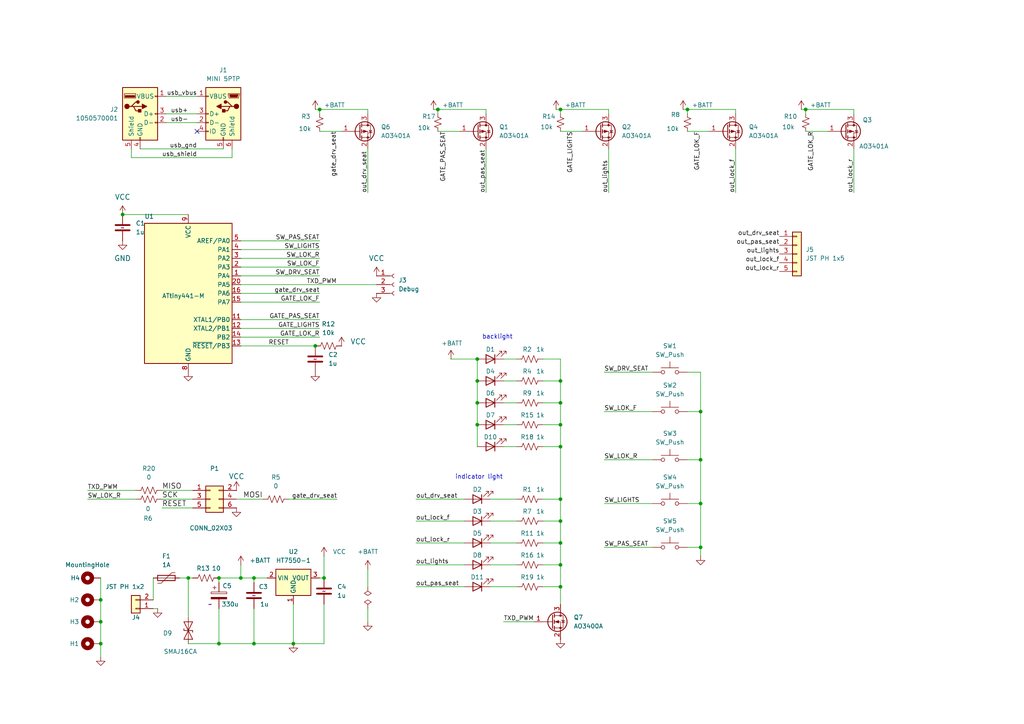
<source format=kicad_sch>
(kicad_sch (version 20231120) (generator "eeschema") (generator_version "8.0")
  (paper "A4")
  (title_block (date "2024-06-01") (rev "${PROJECT_REV}"))
  (junction (at 162.56 129.54))
  (junction (at 63.5 186.69))
  (junction (at 127 31.75))
  (junction (at 138.43 116.84))
  (junction (at 162.56 116.84))
  (junction (at 138.43 123.19))
  (junction (at 162.56 31.75))
  (junction (at 162.56 170.18))
  (junction (at 29.21 186.69))
  (junction (at 203.2 146.05))
  (junction (at 199.39 31.75))
  (junction (at 54.61 167.64))
  (junction (at 91.44 100.33) (diameter 0.9144))
  (junction (at 162.56 123.19))
  (junction (at 162.56 144.78))
  (junction (at 162.56 151.13))
  (junction (at 203.2 158.75))
  (junction (at 138.43 104.14))
  (junction (at 69.85 167.64))
  (junction (at 73.66 167.64) (diameter 0.9144))
  (junction (at 29.21 173.99))
  (junction (at 233.68 31.75))
  (junction (at 162.56 163.83))
  (junction (at 35.56 62.23) (diameter 0.9144))
  (junction (at 162.56 157.48))
  (junction (at 92.71 31.75))
  (junction (at 203.2 119.38))
  (junction (at 203.2 133.35))
  (junction (at 29.21 180.34))
  (junction (at 85.09 186.69))
  (junction (at 63.5 167.64))
  (junction (at 162.56 110.49))
  (junction (at 73.66 186.69))
  (junction (at 138.43 110.49))
  (junction (at 93.98 167.64))
  (no_connect (at 57.15 38.1))
  (wire (pts (xy 125.73 31.75) (xy 127 31.75)))
  (wire (pts (xy 232.41 31.75) (xy 233.68 31.75)))
  (wire (pts (xy 69.85 74.93) (xy 92.71 74.93)))
  (wire (pts (xy 203.2 158.75) (xy 203.2 146.05)))
  (wire (pts (xy 69.85 82.55) (xy 109.22 82.55)))
  (wire (pts (xy 162.56 116.84) (xy 157.48 116.84)))
  (wire (pts (xy 29.21 186.69) (xy 29.21 190.5)))
  (wire (pts (xy 162.56 123.19) (xy 162.56 129.54)))
  (wire (pts (xy 175.26 107.95) (xy 189.23 107.95)))
  (wire (pts (xy 63.5 167.64) (xy 63.5 168.91)))
  (wire (pts (xy 69.85 85.09) (xy 92.71 85.09)))
  (wire (pts (xy 162.56 116.84) (xy 162.56 123.19)))
  (wire (pts (xy 162.56 157.48) (xy 162.56 163.83)))
  (wire (pts (xy 138.43 104.14) (xy 138.43 110.49)))
  (wire (pts (xy 55.88 147.32) (xy 46.99 147.32)))
  (wire (pts (xy 97.79 144.78) (xy 83.82 144.78)))
  (wire (pts (xy 233.68 31.75) (xy 233.68 33.02)))
  (wire (pts (xy 73.66 186.69) (xy 85.09 186.69)))
  (wire (pts (xy 92.71 69.85) (xy 69.85 69.85)))
  (wire (pts (xy 213.36 43.18) (xy 213.36 55.88)))
  (wire (pts (xy 233.68 38.1) (xy 240.03 38.1)))
  (wire (pts (xy 213.36 31.75) (xy 213.36 33.02)))
  (wire (pts (xy 162.56 163.83) (xy 162.56 170.18)))
  (wire (pts (xy 85.09 175.26) (xy 85.09 186.69)))
  (wire (pts (xy 69.85 95.25) (xy 92.71 95.25)))
  (wire (pts (xy 149.86 129.54) (xy 146.05 129.54)))
  (wire (pts (xy 44.45 173.99) (xy 44.45 167.64)))
  (wire (pts (xy 91.44 31.75) (xy 92.71 31.75)))
  (wire (pts (xy 57.15 27.94) (xy 48.26 27.94)))
  (wire (pts (xy 203.2 107.95) (xy 203.2 119.38)))
  (wire (pts (xy 92.71 31.75) (xy 92.71 33.02)))
  (wire (pts (xy 199.39 158.75) (xy 203.2 158.75)))
  (wire (pts (xy 162.56 110.49) (xy 162.56 116.84)))
  (wire (pts (xy 140.97 31.75) (xy 140.97 33.02)))
  (wire (pts (xy 138.43 116.84) (xy 138.43 123.19)))
  (wire (pts (xy 140.97 43.18) (xy 140.97 55.88)))
  (wire (pts (xy 127 31.75) (xy 140.97 31.75)))
  (wire (pts (xy 25.4 144.78) (xy 39.37 144.78)))
  (wire (pts (xy 162.56 31.75) (xy 162.56 33.02)))
  (wire (pts (xy 57.15 33.02) (xy 48.26 33.02)))
  (wire (pts (xy 162.56 163.83) (xy 157.48 163.83)))
  (wire (pts (xy 203.2 146.05) (xy 203.2 133.35)))
  (wire (pts (xy 93.98 161.29) (xy 93.98 167.64)))
  (wire (pts (xy 175.26 158.75) (xy 189.23 158.75)))
  (wire (pts (xy 176.53 31.75) (xy 176.53 33.02)))
  (wire (pts (xy 233.68 31.75) (xy 247.65 31.75)))
  (wire (pts (xy 162.56 31.75) (xy 176.53 31.75)))
  (wire (pts (xy 106.68 43.18) (xy 106.68 55.88)))
  (wire (pts (xy 52.07 167.64) (xy 54.61 167.64)))
  (wire (pts (xy 63.5 186.69) (xy 73.66 186.69)))
  (wire (pts (xy 138.43 110.49) (xy 138.43 116.84)))
  (wire (pts (xy 162.56 170.18) (xy 162.56 175.26)))
  (wire (pts (xy 55.88 167.64) (xy 54.61 167.64)))
  (wire (pts (xy 176.53 43.18) (xy 176.53 55.88)))
  (wire (pts (xy 162.56 151.13) (xy 162.56 157.48)))
  (wire (pts (xy 92.71 38.1) (xy 99.06 38.1)))
  (wire (pts (xy 149.86 104.14) (xy 146.05 104.14)))
  (wire (pts (xy 162.56 38.1) (xy 168.91 38.1)))
  (wire (pts (xy 142.24 157.48) (xy 149.86 157.48)))
  (wire (pts (xy 199.39 38.1) (xy 205.74 38.1)))
  (wire (pts (xy 162.56 170.18) (xy 157.48 170.18)))
  (wire (pts (xy 55.88 142.24) (xy 46.99 142.24)))
  (wire (pts (xy 69.85 163.83) (xy 69.85 167.64)))
  (wire (pts (xy 146.05 180.34) (xy 154.94 180.34)))
  (wire (pts (xy 142.24 163.83) (xy 149.86 163.83)))
  (wire (pts (xy 127 38.1) (xy 133.35 38.1)))
  (wire (pts (xy 93.98 186.69) (xy 85.09 186.69)))
  (wire (pts (xy 25.4 142.24) (xy 39.37 142.24)))
  (wire (pts (xy 64.77 43.18) (xy 40.64 43.18)))
  (wire (pts (xy 247.65 43.18) (xy 247.65 55.88)))
  (wire (pts (xy 162.56 129.54) (xy 162.56 144.78)))
  (wire (pts (xy 198.12 31.75) (xy 199.39 31.75)))
  (wire (pts (xy 199.39 119.38) (xy 203.2 119.38)))
  (wire (pts (xy 149.86 110.49) (xy 146.05 110.49)))
  (wire (pts (xy 162.56 110.49) (xy 157.48 110.49)))
  (wire (pts (xy 92.71 31.75) (xy 106.68 31.75)))
  (wire (pts (xy 73.66 168.91) (xy 73.66 167.64)))
  (wire (pts (xy 69.85 97.79) (xy 92.71 97.79)))
  (wire (pts (xy 247.65 31.75) (xy 247.65 33.02)))
  (wire (pts (xy 199.39 31.75) (xy 199.39 33.02)))
  (wire (pts (xy 69.85 77.47) (xy 92.71 77.47)))
  (wire (pts (xy 69.85 92.71) (xy 92.71 92.71)))
  (wire (pts (xy 199.39 31.75) (xy 213.36 31.75)))
  (wire (pts (xy 106.68 31.75) (xy 106.68 33.02)))
  (wire (pts (xy 142.24 151.13) (xy 149.86 151.13)))
  (wire (pts (xy 175.26 146.05) (xy 189.23 146.05)))
  (wire (pts (xy 203.2 133.35) (xy 203.2 119.38)))
  (wire (pts (xy 138.43 123.19) (xy 138.43 129.54)))
  (wire (pts (xy 142.24 170.18) (xy 149.86 170.18)))
  (wire (pts (xy 175.26 119.38) (xy 189.23 119.38)))
  (wire (pts (xy 57.15 35.56) (xy 48.26 35.56)))
  (wire (pts (xy 29.21 180.34) (xy 29.21 186.69)))
  (wire (pts (xy 149.86 123.19) (xy 146.05 123.19)))
  (wire (pts (xy 67.31 43.18) (xy 67.31 45.72)))
  (wire (pts (xy 54.61 167.64) (xy 54.61 179.07)))
  (wire (pts (xy 142.24 144.78) (xy 149.86 144.78)))
  (wire (pts (xy 130.81 104.14) (xy 138.43 104.14)))
  (wire (pts (xy 127 31.75) (xy 127 33.02)))
  (wire (pts (xy 199.39 107.95) (xy 203.2 107.95)))
  (wire (pts (xy 69.85 87.63) (xy 92.71 87.63)))
  (wire (pts (xy 29.21 173.99) (xy 29.21 180.34)))
  (wire (pts (xy 93.98 186.69) (xy 93.98 175.26)))
  (wire (pts (xy 162.56 144.78) (xy 157.48 144.78)))
  (wire (pts (xy 63.5 176.53) (xy 63.5 186.69)))
  (wire (pts (xy 120.65 144.78) (xy 134.62 144.78)))
  (wire (pts (xy 63.5 167.64) (xy 69.85 167.64)))
  (wire (pts (xy 69.85 100.33) (xy 91.44 100.33)))
  (wire (pts (xy 77.47 167.64) (xy 73.66 167.64)))
  (wire (pts (xy 69.85 167.64) (xy 73.66 167.64)))
  (wire (pts (xy 73.66 176.53) (xy 73.66 186.69)))
  (wire (pts (xy 38.1 45.72) (xy 67.31 45.72)))
  (wire (pts (xy 120.65 170.18) (xy 134.62 170.18)))
  (wire (pts (xy 106.68 165.1) (xy 106.68 170.18)))
  (wire (pts (xy 199.39 133.35) (xy 203.2 133.35)))
  (wire (pts (xy 29.21 167.64) (xy 29.21 173.99)))
  (wire (pts (xy 162.56 151.13) (xy 157.48 151.13)))
  (wire (pts (xy 92.71 167.64) (xy 93.98 167.64)))
  (wire (pts (xy 162.56 104.14) (xy 162.56 110.49)))
  (wire (pts (xy 175.26 133.35) (xy 189.23 133.35)))
  (wire (pts (xy 120.65 157.48) (xy 134.62 157.48)))
  (wire (pts (xy 149.86 116.84) (xy 146.05 116.84)))
  (wire (pts (xy 92.71 80.01) (xy 69.85 80.01)))
  (wire (pts (xy 54.61 62.23) (xy 35.56 62.23)))
  (wire (pts (xy 54.61 186.69) (xy 63.5 186.69)))
  (wire (pts (xy 69.85 72.39) (xy 92.71 72.39)))
  (wire (pts (xy 161.29 31.75) (xy 162.56 31.75)))
  (wire (pts (xy 162.56 157.48) (xy 157.48 157.48)))
  (wire (pts (xy 199.39 146.05) (xy 203.2 146.05)))
  (wire (pts (xy 162.56 129.54) (xy 157.48 129.54)))
  (wire (pts (xy 68.58 144.78) (xy 76.2 144.78)))
  (wire (pts (xy 162.56 104.14) (xy 157.48 104.14)))
  (wire (pts (xy 120.65 163.83) (xy 134.62 163.83)))
  (wire (pts (xy 120.65 151.13) (xy 134.62 151.13)))
  (wire (pts (xy 44.45 176.53) (xy 45.72 176.53)))
  (wire (pts (xy 38.1 43.18) (xy 38.1 45.72)))
  (wire (pts (xy 162.56 123.19) (xy 157.48 123.19)))
  (wire (pts (xy 162.56 144.78) (xy 162.56 151.13)))
  (wire (pts (xy 203.2 161.29) (xy 203.2 158.75)))
  (wire (pts (xy 106.68 176.53) (xy 106.68 180.34)))
  (wire (pts (xy 55.88 144.78) (xy 46.99 144.78)))
  (text "indicator light" (at 138.938 138.43 0) (effects (font (size 1.27 1.27))))
  (text "backlight" (at 144.272 97.79 0) (effects (font (size 1.27 1.27))))
  (label "out_lock_f" (at 120.65 151.13 0))
  (label "TXD_PWM" (at 146.05 180.34 0))
  (label "GATE_LIGHTS" (at 166.37 38.1 270))
  (label "SW_DRV_SEAT" (at 175.26 107.95 0))
  (label "usb_shield" (at 57.15 45.72 180))
  (label "SW_LOK_R" (at 92.71 74.93 180))
  (label "SW_DRV_SEAT" (at 92.71 80.01 180))
  (label "GATE_PAS_SEAT" (at 129.54 38.1 270))
  (label "GATE_LOK_R" (at 236.22 38.1 270))
  (label "TXD_PWM" (at 25.4 142.24 0))
  (label "SW_LIGHTS" (at 92.71 72.39 180))
  (label "out_lock_r" (at 247.65 55.88 90))
  (label "GATE_LOK_R" (at 92.71 97.79 180))
  (label "MOSI" (at 76.2 144.78 180) (effects (font (size 1.524 1.524))))
  (label "out_drv_seat" (at 120.65 144.78 0))
  (label "out_lock_f" (at 226.06 76.2 180))
  (label "gate_drv_seat" (at 92.71 85.09 180))
  (label "MISO" (at 46.99 142.24 0) (effects (font (size 1.524 1.524))))
  (label "GATE_LOK_F" (at 92.71 87.63 180))
  (label "usb+" (at 54.61 33.02 180))
  (label "SW_LOK_F" (at 175.26 119.38 0))
  (label "out_lights" (at 120.65 163.83 0))
  (label "GATE_LOK_F" (at 203.2 38.1 270))
  (label "usb_gnd" (at 57.15 43.18 180))
  (label "GATE_PAS_SEAT" (at 92.71 92.71 180))
  (label "SW_PAS_SEAT" (at 92.71 69.85 180))
  (label "out_pas_seat" (at 226.06 71.12 180))
  (label "out_lock_f" (at 213.36 55.88 90))
  (label "SW_LIGHTS" (at 175.26 146.05 0))
  (label "SW_LOK_R" (at 175.26 133.35 0))
  (label "RESET" (at 46.99 147.32 0) (effects (font (size 1.524 1.524))))
  (label "out_lock_r" (at 226.06 78.74 180))
  (label "SW_PAS_SEAT" (at 175.26 158.75 0))
  (label "RESET" (at 83.82 100.33 180))
  (label "SW_LOK_R" (at 25.4 144.78 0))
  (label "out_drv_seat" (at 226.06 68.58 180))
  (label "out_lights" (at 176.53 55.88 90))
  (label "out_lights" (at 226.06 73.66 180))
  (label "out_drv_seat" (at 106.68 55.88 90))
  (label "out_pas_seat" (at 140.97 55.88 90))
  (label "TXD_PWM" (at 88.9 82.55 0))
  (label "usb_vbus" (at 57.15 27.94 180))
  (label "SCK" (at 46.99 144.78 0) (effects (font (size 1.524 1.524))))
  (label "SW_LOK_F" (at 92.71 77.47 180))
  (label "usb-" (at 54.61 35.56 180))
  (label "gate_drv_seat" (at 97.79 38.1 270))
  (label "out_lock_r" (at 120.65 157.48 0))
  (label "gate_drv_seat" (at 97.79 144.78 180))
  (label "GATE_LIGHTS" (at 92.71 95.25 180))
  (label "out_pas_seat" (at 120.65 170.18 0))
  (symbol (lib_id "Device:R_US") (at 153.67 129.54 90) (unit 1)
    (property "Reference" "R18" (at 152.908 126.746 90))
    (property "Value" "1k" (at 156.718 126.746 90))
    (property "Footprint" "Resistor_SMD:R_0805_2012Metric_Pad1.20x1.40mm_HandSolder" (effects (hide yes)))
    (property "Description" "Resistor, US symbol" (effects (hide yes)))
    (property "LCSC Part #" "C17513" (effects (hide yes)))
    (property "MPN" "0805W8F1001T5E" (effects (hide yes)))
    (property "Manufacturer" "UNI-ROYAL(Uniroyal Elec)" (effects (hide yes)))
  )
  (symbol (lib_id "Connector_Generic:Conn_02x03_Odd_Even") (at 60.96 144.78 0) (unit 1) (in_bom no)
    (property "Reference" "P1" (at 62.23 135.89 0))
    (property "Value" "CONN_02X03" (at 61.214 153.162 0))
    (property "Footprint" "project:programmer-pads" (effects (hide yes)))
    (property "Datasheet" "~" (at 60.96 175.26 0) (effects (font (size 1.524 1.524))))
    (property "Description" "Generic connector, double row, 02x03, odd/even pin numbering scheme (row 1 odd numbers, row 2 even numbers), script generated (kicad-library-utils/schlib/autogen/connector/)" (effects (hide yes)))
    (property "DNP" "DNP" (effects (hide yes)))
  )
  (symbol (lib_id "Transistor_FET:AO3401A") (at 210.82 38.1 0) (unit 1)
    (property "Reference" "Q4" (at 217.17 36.8299 0) (effects (justify left)))
    (property "Value" "AO3401A" (at 217.17 39.3699 0) (effects (justify left)))
    (property "Footprint" "Package_TO_SOT_SMD:SOT-23" (effects (hide yes)))
    (property "Datasheet" "http://www.aosmd.com/pdfs/datasheet/AO3401A.pdf" (effects (hide yes)))
    (property "Description" "-4.0A Id, -30V Vds, P-Channel MOSFET, SOT-23" (effects (hide yes)))
    (property "LCSC Part #" "C15127" (effects (hide yes)))
    (property "MPN" "AO3401A" (effects (hide yes)))
    (property "Manufacturer" "Alpha & Omega Semicon" (effects (hide yes)))
  )
  (symbol (lib_id "Switch:SW_Push") (at 194.31 133.35 0) (unit 1)
    (property "Reference" "SW3" (at 194.31 125.73 0))
    (property "Value" "SW_Push" (at 194.31 128.27 0))
    (property "Footprint" "project:SW_Push_1P1T_NO_6x6mm_H8.5mm" (effects (hide yes)))
    (property "Description" "Push button switch, generic, two pins" (effects (hide yes)))
    (property "LCSC Part #" "C455117" (effects (hide yes)))
    (property "MPN" "    TS-1002S-08526C" (effects (hide yes)))
    (property "Manufacturer" "XUNPU" (effects (hide yes)))
    (property "Distributor" "LCSC" (effects (hide yes)))
  )
  (symbol (lib_id "Transistor_FET:AO3400A") (at 160.02 180.34 0) (unit 1)
    (property "Reference" "Q7" (at 166.37 179.0699 0) (effects (justify left)))
    (property "Value" "AO3400A" (at 166.37 181.6099 0) (effects (justify left)))
    (property "Footprint" "Package_TO_SOT_SMD:SOT-23" (effects (hide yes)))
    (property "Datasheet" "http://www.aosmd.com/pdfs/datasheet/AO3400A.pdf" (effects (hide yes)))
    (property "Description" "30V Vds, 5.7A Id, N-Channel MOSFET, SOT-23" (effects (hide yes)))
    (property "LCSC Part #" "C20917" (effects (hide yes)))
    (property "MPN" "AO3400A" (effects (hide yes)))
    (property "Manufacturer" "Alpha & Omega Semicon" (effects (hide yes)))
  )
  (symbol (lib_id "power:GND") (at 45.72 176.53 0) (unit 1)
    (property "Reference" "#PWR017" (effects (hide yes)))
    (property "Value" "GND" (effects (hide yes)))
    (property "Description" "Power symbol creates a global label with name \"GND\" , ground" (effects (hide yes)))
  )
  (symbol (lib_id "Transistor_FET:AO3401A") (at 173.99 38.1 0) (unit 1)
    (property "Reference" "Q2" (at 180.34 36.8299 0) (effects (justify left)))
    (property "Value" "AO3401A" (at 180.34 39.3699 0) (effects (justify left)))
    (property "Footprint" "Package_TO_SOT_SMD:SOT-23" (effects (hide yes)))
    (property "Datasheet" "http://www.aosmd.com/pdfs/datasheet/AO3401A.pdf" (effects (hide yes)))
    (property "Description" "-4.0A Id, -30V Vds, P-Channel MOSFET, SOT-23" (effects (hide yes)))
    (property "LCSC Part #" "C15127" (effects (hide yes)))
    (property "MPN" "AO3401A" (effects (hide yes)))
    (property "Manufacturer" "Alpha & Omega Semicon" (effects (hide yes)))
  )
  (symbol (lib_id "power:GND") (at 109.22 85.09 0) (unit 1)
    (property "Reference" "#PWR07" (effects (hide yes)))
    (property "Value" "GND" (effects (hide yes)))
    (property "Description" "Power symbol creates a global label with name \"GND\" , ground" (effects (hide yes)))
  )
  (symbol (lib_id "power:VCC") (at 93.98 161.29 0) (unit 1)
    (property "Reference" "#PWR010" (effects (hide yes)))
    (property "Value" "VCC" (at 96.52 160.02 0) (effects (justify left)))
    (property "Description" "Power symbol creates a global label with name \"VCC\"" (effects (hide yes)))
  )
  (symbol (lib_id "power:GND") (at 85.09 186.69 0) (unit 1)
    (property "Reference" "#PWR09" (effects (hide yes)))
    (property "Value" "GND" (effects (hide yes)))
    (property "Description" "Power symbol creates a global label with name \"GND\" , ground" (effects (hide yes)))
  )
  (symbol (lib_id "Regulator_Linear:HT75xx-1-SOT89") (at 85.09 170.18 0) (unit 1)
    (property "Reference" "U2" (at 85.09 160.02 0))
    (property "Value" "HT7550-1" (at 85.09 162.56 0))
    (property "Footprint" "Package_TO_SOT_SMD:SOT-89-3" (effects (hide yes)))
    (property "Datasheet" "https://www.holtek.com/documents/10179/116711/HT75xx-1v250.pdf" (effects (hide yes)))
    (property "Description" "100mA Low Dropout Voltage Regulator, Fixed Output, SOT89" (effects (hide yes)))
    (property "LCSC Part #" "C16106" (effects (hide yes)))
    (property "Manufacturer" "Holtek Semicon" (effects (hide yes)))
    (property "PartNo" "HT7550-1" (effects (hide yes)))
    (property "MPN" "HT7550-1" (effects (hide yes)))
  )
  (symbol (lib_id "Device:R_US") (at 153.67 170.18 90) (unit 1)
    (property "Reference" "R19" (at 152.908 167.386 90))
    (property "Value" "1k" (at 156.718 167.386 90))
    (property "Footprint" "Resistor_SMD:R_0805_2012Metric_Pad1.20x1.40mm_HandSolder" (effects (hide yes)))
    (property "Description" "Resistor, US symbol" (effects (hide yes)))
    (property "LCSC Part #" "C17513" (effects (hide yes)))
    (property "MPN" "0805W8F1001T5E" (effects (hide yes)))
    (property "Manufacturer" "UNI-ROYAL(Uniroyal Elec)" (effects (hide yes)))
  )
  (symbol (lib_id "Device:R_US") (at 43.18 144.78 90) (unit 1)
    (property "Reference" "R6" (at 42.926 150.368 90))
    (property "Value" "0" (at 42.926 147.574 90))
    (property "Footprint" "Resistor_SMD:R_0805_2012Metric_Pad1.20x1.40mm_HandSolder" (effects (hide yes)))
    (property "Description" "Resistor, US symbol" (effects (hide yes)))
    (property "LCSC Part #" "C17477" (effects (hide yes)))
    (property "MPN" "0805W8F0000T5E" (effects (hide yes)))
    (property "Manufacturer" "UNI-ROYAL(Uniroyal Elec)" (effects (hide yes)))
  )
  (symbol (lib_id "Connector_Generic:Conn_01x02") (at 39.37 176.53 180) (unit 1) (in_bom no)
    (property "Reference" "J4" (at 40.6401 179.07 0) (effects (justify left)))
    (property "Value" "JST PH 1x2" (at 41.91 170.18 0) (effects (justify left)))
    (property "Footprint" "Connector_JST:JST_PH_S2B-PH-K_1x02_P2.00mm_Horizontal" (effects (hide yes)))
    (property "Description" "Generic connector, single row, 01x02, script generated (kicad-library-utils/schlib/autogen/connector/)" (effects (hide yes)))
  )
  (symbol (lib_id "Mechanical:MountingHole_Pad") (at 26.67 180.34 90) (unit 1) (exclude_from_sim yes) (in_bom no)
    (property "Reference" "H3" (at 21.59 180.34 90))
    (property "Value" "MountingHole" (effects (hide yes)))
    (property "Footprint" "MountingHole:MountingHole_3.2mm_M3_DIN965_Pad" (effects (hide yes)))
    (property "Description" "Mounting Hole with connection" (effects (hide yes)))
  )
  (symbol (lib_id "power:+BATT") (at 161.29 31.75 0) (unit 1)
    (property "Reference" "#PWR024" (effects (hide yes)))
    (property "Value" "+BATT" (at 163.83 30.48 0) (effects (justify left)))
    (property "Description" "Power symbol creates a global label with name \"+BATT\"" (effects (hide yes)))
  )
  (symbol (lib_id "power:+BATT") (at 106.68 165.1 0) (unit 1)
    (property "Reference" "#PWR011" (effects (hide yes)))
    (property "Value" "+BATT" (at 106.68 160.02 0))
    (property "Description" "Power symbol creates a global label with name \"+BATT\"" (effects (hide yes)))
  )
  (symbol (lib_id "Device:C_Polarized") (at 63.5 172.72 0) (unit 1)
    (property "Reference" "C5" (at 64.516 169.926 0) (effects (justify left)))
    (property "Value" "330u" (at 64.262 175.26 0) (effects (justify left)))
    (property "Footprint" "Capacitor_SMD:CP_Elec_6.3x5.3" (effects (hide yes)))
    (property "Description" "Polarized capacitor" (effects (hide yes)))
    (property "LCSC Part #" "C176674" (effects (hide yes)))
  )
  (symbol (lib_id "Device:LED") (at 138.43 151.13 180) (unit 1) (in_bom no)
    (property "Reference" "D3" (at 138.43 148.336 0))
    (property "Value" "LED" (effects (hide yes)))
    (property "Footprint" "LED_THT:LED_D3.0mm" (effects (hide yes)))
    (property "Description" "Light emitting diode" (effects (hide yes)))
    (property "MPN" "L314HD" (effects (hide yes)))
    (property "Manufacturer" "American Opto Plus LED" (effects (hide yes)))
  )
  (symbol (lib_id "power:VCC") (at 109.22 80.01 0) (unit 1)
    (property "Reference" "#PWR06" (effects (hide yes)))
    (property "Value" "VCC" (at 109.22 74.93 0) (effects (font (size 1.524 1.524))))
    (property "Description" "Power symbol creates a global label with name \"VCC\"" (effects (hide yes)))
  )
  (symbol (lib_id "Device:C") (at 93.98 171.45 0) (unit 1)
    (property "Reference" "C4" (at 97.79 170.18 0) (effects (justify left)))
    (property "Value" "1u" (at 97.79 172.72 0) (effects (justify left)))
    (property "Footprint" "Capacitor_SMD:C_0603_1608Metric" (effects (hide yes)))
    (property "Datasheet" "~" (at 93.98 171.45 0) (effects (font (size 1.524 1.524))))
    (property "Description" "Unpolarized capacitor" (effects (hide yes)))
    (property "PartNo" "CL10A105KB8NNNC" (effects (hide yes)))
    (property "Manufacturer" "Samsung Electro-Mechanics" (effects (hide yes)))
    (property "Comment" "Can be substituted with the same value X5R or X7R capacitor" (effects (hide yes)))
    (property "LCSC Part #" "C15849" (effects (hide yes)))
  )
  (symbol (lib_id "power:PWR_FLAG") (at 106.68 170.18 180) (unit 1)
    (property "Reference" "#FLG01" (effects (hide yes)))
    (property "Value" "PWR_FLAG" (effects (hide yes)))
    (property "Description" "Special symbol for telling ERC where power comes from" (effects (hide yes)))
  )
  (symbol (lib_id "power:GND") (at 35.56 69.85 0) (unit 1)
    (property "Reference" "#PWR02" (effects (hide yes)))
    (property "Value" "GND" (at 35.56 74.93 0) (effects (font (size 1.524 1.524))))
    (property "Description" "Power symbol creates a global label with name \"GND\" , ground" (effects (hide yes)))
  )
  (symbol (lib_id "Device:LED") (at 142.24 123.19 180) (unit 1)
    (property "Reference" "D7" (at 142.24 120.396 0))
    (property "Value" "KT-0805G" (effects (hide yes)))
    (property "Footprint" "LED_SMD:LED_0805_2012Metric" (effects (hide yes)))
    (property "Description" "Light emitting diode" (effects (hide yes)))
    (property "LCSC Part #" "C2297" (effects (hide yes)))
    (property "MPN" "KT-0805G" (effects (hide yes)))
    (property "Manufacturer" "    Hubei KENTO Elec" (effects (hide yes)))
  )
  (symbol (lib_id "Connector:USB_B_Mini") (at 64.77 33.02 0) (mirror y) (unit 1)
    (property "Reference" "J1" (at 64.77 20.32 0))
    (property "Value" "MINI 5PTP" (at 64.77 22.86 0))
    (property "Footprint" "Connector_USB:USB_Mini-B_Wuerth_65100516121_Horizontal" (effects (hide yes)))
    (property "Description" "USB Mini Type B connector" (effects (hide yes)))
    (property "Distributor" "LCSC" (effects (hide yes)))
    (property "MPN" "MINI 5PTP" (effects (hide yes)))
    (property "Manufacturer" "Tensility International Corp" (effects (hide yes)))
    (property "LCSC Part #" "C2681563" (effects (hide yes)))
  )
  (symbol (lib_id "power:VCC") (at 35.56 62.23 0) (unit 1)
    (property "Reference" "#PWR01" (effects (hide yes)))
    (property "Value" "VCC" (at 35.56 57.15 0) (effects (font (size 1.524 1.524))))
    (property "Description" "Power symbol creates a global label with name \"VCC\"" (effects (hide yes)))
  )
  (symbol (lib_id "power:+BATT") (at 198.12 31.75 0) (unit 1)
    (property "Reference" "#PWR026" (effects (hide yes)))
    (property "Value" "+BATT" (at 200.66 30.48 0) (effects (justify left)))
    (property "Description" "Power symbol creates a global label with name \"+BATT\"" (effects (hide yes)))
  )
  (symbol (lib_id "Connector_Generic:Conn_01x05") (at 231.14 73.66 0) (unit 1) (in_bom no)
    (property "Reference" "J5" (at 233.68 72.3899 0) (effects (justify left)))
    (property "Value" "JST PH 1x5" (at 233.68 74.9299 0) (effects (justify left)))
    (property "Footprint" "Connector_JST:JST_PH_S5B-PH-K_1x05_P2.00mm_Horizontal" (effects (hide yes)))
    (property "Description" "Generic connector, single row, 01x05, script generated (kicad-library-utils/schlib/autogen/connector/)" (effects (hide yes)))
  )
  (symbol (lib_id "Device:R_US") (at 153.67 157.48 90) (unit 1)
    (property "Reference" "R11" (at 152.908 154.686 90))
    (property "Value" "1k" (at 156.718 154.686 90))
    (property "Footprint" "Resistor_SMD:R_0805_2012Metric_Pad1.20x1.40mm_HandSolder" (effects (hide yes)))
    (property "Description" "Resistor, US symbol" (effects (hide yes)))
    (property "LCSC Part #" "C17513" (effects (hide yes)))
    (property "MPN" "0805W8F1001T5E" (effects (hide yes)))
    (property "Manufacturer" "UNI-ROYAL(Uniroyal Elec)" (effects (hide yes)))
  )
  (symbol (lib_id "Mechanical:MountingHole_Pad") (at 26.67 173.99 90) (unit 1) (exclude_from_sim yes) (in_bom no)
    (property "Reference" "H2" (at 21.59 173.99 90))
    (property "Value" "MountingHole" (effects (hide yes)))
    (property "Footprint" "MountingHole:MountingHole_3.2mm_M3_DIN965_Pad" (effects (hide yes)))
    (property "Description" "Mounting Hole with connection" (effects (hide yes)))
  )
  (symbol (lib_id "MCU_Microchip_ATtiny:ATtiny441-M") (at 54.61 85.09 0) (unit 1)
    (property "Reference" "U1" (at 41.91 63.5 0) (effects (justify left bottom)))
    (property "Value" "ATtiny441-M" (at 46.99 85.09 0) (effects (justify left top)))
    (property "Footprint" "Package_DFN_QFN:QFN-20-1EP_4x4mm_P0.5mm_EP2.6x2.6mm" (effects (hide yes)))
    (property "Datasheet" "http://ww1.microchip.com/downloads/en/DeviceDoc/Atmel-8495-8-bit-AVR-Microcontrollers-ATtiny441-ATtiny841_Datasheet.pdf" (effects (hide yes)))
    (property "Description" "16MHz, 4kB Flash, 256B SRAM, 256B EEPROM, ADC, ACI, debugWIRE, QFN-20" (effects (hide yes)))
    (property "PartNo" "ATTINY441-MUR" (effects (hide yes)))
    (property "Manufacturer" "ATMEL" (effects (hide yes)))
    (property "LCSC Part #" "C614155" (effects (hide yes)))
    (property "MPN" "ATTINY441-MMH" (effects (hide yes)))
  )
  (symbol (lib_id "power:+BATT") (at 125.73 31.75 0) (unit 1)
    (property "Reference" "#PWR018" (effects (hide yes)))
    (property "Value" "+BATT" (at 128.27 30.48 0) (effects (justify left)))
    (property "Description" "Power symbol creates a global label with name \"+BATT\"" (effects (hide yes)))
  )
  (symbol (lib_id "Device:R_US") (at 153.67 104.14 90) (unit 1)
    (property "Reference" "R2" (at 152.908 101.346 90))
    (property "Value" "1k" (at 156.718 101.346 90))
    (property "Footprint" "Resistor_SMD:R_0805_2012Metric_Pad1.20x1.40mm_HandSolder" (effects (hide yes)))
    (property "Description" "Resistor, US symbol" (effects (hide yes)))
    (property "LCSC Part #" "C17513" (effects (hide yes)))
    (property "MPN" "0805W8F1001T5E" (effects (hide yes)))
    (property "Manufacturer" "UNI-ROYAL(Uniroyal Elec)" (effects (hide yes)))
  )
  (symbol (lib_id "Connector:USB_A") (at 40.64 33.02 0) (unit 1)
    (property "Reference" "J2" (at 34.29 31.7499 0) (effects (justify right)))
    (property "Value" "1050570001" (at 34.29 34.2899 0) (effects (justify right)))
    (property "Footprint" "Connector_USB:USB_A_Molex_105057_Vertical" (effects (hide yes)))
    (property "Datasheet" " ~" (effects (hide yes)))
    (property "Description" "USB Type A connector" (effects (hide yes)))
    (property "Distributor" "LCSC" (effects (hide yes)))
    (property "MPN" "1050570001" (effects (hide yes)))
    (property "Manufacturer" "Molex" (effects (hide yes)))
    (property "LCSC Part #" "C586225" (effects (hide yes)))
  )
  (symbol (lib_id "Device:R_US") (at 80.01 144.78 90) (unit 1)
    (property "Reference" "R5" (at 80.01 138.43 90))
    (property "Value" "0" (at 80.01 140.97 90))
    (property "Footprint" "Resistor_SMD:R_0805_2012Metric_Pad1.20x1.40mm_HandSolder" (effects (hide yes)))
    (property "Description" "Resistor, US symbol" (effects (hide yes)))
    (property "LCSC Part #" "C17477" (effects (hide yes)))
    (property "MPN" "0805W8F0000T5E" (effects (hide yes)))
    (property "Manufacturer" "UNI-ROYAL(Uniroyal Elec)" (effects (hide yes)))
  )
  (symbol (lib_id "power:PWR_FLAG") (at 106.68 176.53 0) (unit 1)
    (property "Reference" "#FLG02" (effects (hide yes)))
    (property "Value" "PWR_FLAG" (effects (hide yes)))
    (property "Description" "Special symbol for telling ERC where power comes from" (effects (hide yes)))
  )
  (symbol (lib_id "power:GND") (at 91.44 107.95 0) (unit 1)
    (property "Reference" "#PWR04" (effects (hide yes)))
    (property "Value" "GND" (effects (hide yes)))
    (property "Description" "Power symbol creates a global label with name \"GND\" , ground" (effects (hide yes)))
  )
  (symbol (lib_id "power:+BATT") (at 130.81 104.14 0) (unit 1)
    (property "Reference" "#PWR022" (effects (hide yes)))
    (property "Value" "+BATT" (at 128.016 99.568 0) (effects (justify left)))
    (property "Description" "Power symbol creates a global label with name \"+BATT\"" (effects (hide yes)))
  )
  (symbol (lib_id "Device:R_US") (at 153.67 163.83 90) (unit 1)
    (property "Reference" "R16" (at 152.908 161.036 90))
    (property "Value" "1k" (at 156.718 161.036 90))
    (property "Footprint" "Resistor_SMD:R_0805_2012Metric_Pad1.20x1.40mm_HandSolder" (effects (hide yes)))
    (property "Description" "Resistor, US symbol" (effects (hide yes)))
    (property "LCSC Part #" "C17513" (effects (hide yes)))
    (property "MPN" "0805W8F1001T5E" (effects (hide yes)))
    (property "Manufacturer" "UNI-ROYAL(Uniroyal Elec)" (effects (hide yes)))
  )
  (symbol (lib_id "power:GND") (at 106.68 180.34 0) (unit 1)
    (property "Reference" "#PWR012" (effects (hide yes)))
    (property "Value" "GND" (effects (hide yes)))
    (property "Description" "Power symbol creates a global label with name \"GND\" , ground" (effects (hide yes)))
  )
  (symbol (lib_id "Device:R_US") (at 95.25 100.33 90) (unit 1)
    (property "Reference" "R12" (at 95.25 93.98 90))
    (property "Value" "10k" (at 95.25 96.52 90))
    (property "Footprint" "Resistor_SMD:R_0805_2012Metric_Pad1.20x1.40mm_HandSolder" (effects (hide yes)))
    (property "Description" "Resistor, US symbol" (effects (hide yes)))
    (property "PartNo" "0402WGF1002TCE" (effects (hide yes)))
    (property "Manufacturer" "UNI-ROYAL(Uniroyal Elec)" (effects (hide yes)))
    (property "Comment" "Can be substituted with 1% same value resistor" (effects (hide yes)))
    (property "LCSC Part #" "C17414" (effects (hide yes)))
    (property "MPN" "0805W8F1002T5E" (effects (hide yes)))
  )
  (symbol (lib_id "Device:R_US") (at 59.69 167.64 90) (unit 1)
    (property "Reference" "R13" (at 58.928 164.846 90))
    (property "Value" "10" (at 62.738 164.846 90))
    (property "Footprint" "Resistor_SMD:R_0805_2012Metric_Pad1.20x1.40mm_HandSolder" (effects (hide yes)))
    (property "Description" "Resistor, US symbol" (effects (hide yes)))
    (property "LCSC Part #" "C17415" (effects (hide yes)))
    (property "MPN" "0805W8F100JT5E" (effects (hide yes)))
    (property "Manufacturer" "UNI-ROYAL(Uniroyal Elec)" (effects (hide yes)))
  )
  (symbol (lib_id "Device:R_Small_US") (at 127 35.56 0) (unit 1)
    (property "Reference" "R17" (at 122.428 33.782 0) (effects (justify left)))
    (property "Value" "10k" (at 121.158 37.084 0) (effects (justify left)))
    (property "Footprint" "Resistor_SMD:R_0805_2012Metric_Pad1.20x1.40mm_HandSolder" (effects (hide yes)))
    (property "Description" "Resistor, small US symbol" (effects (hide yes)))
    (property "LCSC Part #" "C17414" (effects (hide yes)))
    (property "MPN" "0805W8F1002T5E" (effects (hide yes)))
    (property "Manufacturer" "UNI-ROYAL(Uniroyal Elec)" (effects (hide yes)))
  )
  (symbol (lib_id "Switch:SW_Push") (at 194.31 158.75 0) (unit 1)
    (property "Reference" "SW5" (at 194.31 151.13 0))
    (property "Value" "SW_Push" (at 194.31 153.67 0))
    (property "Footprint" "project:SW_Push_1P1T_NO_6x6mm_H8.5mm" (effects (hide yes)))
    (property "Description" "Push button switch, generic, two pins" (effects (hide yes)))
    (property "LCSC Part #" "C455117" (effects (hide yes)))
    (property "MPN" "    TS-1002S-08526C" (effects (hide yes)))
    (property "Manufacturer" "XUNPU" (effects (hide yes)))
    (property "Distributor" "LCSC" (effects (hide yes)))
  )
  (symbol (lib_id "Device:LED") (at 138.43 157.48 180) (unit 1) (in_bom no)
    (property "Reference" "D5" (at 138.43 154.686 0))
    (property "Value" "LED" (effects (hide yes)))
    (property "Footprint" "LED_THT:LED_D3.0mm" (effects (hide yes)))
    (property "Description" "Light emitting diode" (effects (hide yes)))
    (property "MPN" "L314HD" (effects (hide yes)))
    (property "Manufacturer" "American Opto Plus LED" (effects (hide yes)))
  )
  (symbol (lib_id "Diode:SMAJ20CA") (at 54.61 182.88 270) (unit 1)
    (property "Reference" "D9" (at 47.244 183.642 90) (effects (justify left)))
    (property "Value" "SMAJ16CA" (at 52.324 188.976 90))
    (property "Footprint" "Diode_SMD:D_SMA" (effects (hide yes)))
    (property "Datasheet" "https://www.littelfuse.com/media?resourcetype=datasheets&itemid=75e32973-b177-4ee3-a0ff-cedaf1abdb93&filename=smaj-datasheet" (effects (hide yes)))
    (property "Description" "400W bidirectional Transient Voltage Suppressor, 20.0Vr, SMA(DO-214AC)" (effects (hide yes)))
    (property "LCSC Part #" "C173493" (effects (hide yes)))
    (property "MPN" "SMAJ16CA" (effects (hide yes)))
    (property "Manufacturer" "MDD(Microdiode Electronics)" (effects (hide yes)))
  )
  (symbol (lib_id "Device:R_US") (at 153.67 110.49 90) (unit 1)
    (property "Reference" "R4" (at 152.908 107.696 90))
    (property "Value" "1k" (at 156.718 107.696 90))
    (property "Footprint" "Resistor_SMD:R_0805_2012Metric_Pad1.20x1.40mm_HandSolder" (effects (hide yes)))
    (property "Description" "Resistor, US symbol" (effects (hide yes)))
    (property "LCSC Part #" "C17513" (effects (hide yes)))
    (property "MPN" "0805W8F1001T5E" (effects (hide yes)))
    (property "Manufacturer" "UNI-ROYAL(Uniroyal Elec)" (effects (hide yes)))
  )
  (symbol (lib_id "Transistor_FET:AO3401A") (at 104.14 38.1 0) (unit 1)
    (property "Reference" "Q6" (at 110.49 36.8299 0) (effects (justify left)))
    (property "Value" "AO3401A" (at 110.49 39.3699 0) (effects (justify left)))
    (property "Footprint" "Package_TO_SOT_SMD:SOT-23" (effects (hide yes)))
    (property "Datasheet" "http://www.aosmd.com/pdfs/datasheet/AO3401A.pdf" (effects (hide yes)))
    (property "Description" "-4.0A Id, -30V Vds, P-Channel MOSFET, SOT-23" (effects (hide yes)))
    (property "LCSC Part #" "C15127" (effects (hide yes)))
    (property "MPN" "AO3401A" (effects (hide yes)))
    (property "Manufacturer" "Alpha & Omega Semicon" (effects (hide yes)))
  )
  (symbol (lib_id "Device:Polyfuse") (at 48.26 167.64 90) (unit 1)
    (property "Reference" "F1" (at 48.26 161.29 90))
    (property "Value" "1A" (at 48.26 163.83 90))
    (property "Footprint" "Fuse:Fuse_1206_3216Metric" (effects (hide yes)))
    (property "Description" "Resettable fuse, polymeric positive temperature coefficient" (effects (hide yes)))
    (property "LCSC Part #" "C5358568" (effects (hide yes)))
    (property "MPN" "    BSMD1206-100-30V" (effects (hide yes)))
    (property "Manufacturer" "BHFUSE" (effects (hide yes)))
  )
  (symbol (lib_id "power:GND") (at 29.21 190.5 0) (unit 1)
    (property "Reference" "#PWR023" (effects (hide yes)))
    (property "Value" "GND" (effects (hide yes)))
    (property "Description" "Power symbol creates a global label with name \"GND\" , ground" (effects (hide yes)))
  )
  (symbol (lib_id "Device:R_Small_US") (at 233.68 35.56 0) (unit 1)
    (property "Reference" "R10" (at 227.33 33.782 0) (effects (justify left)))
    (property "Value" "10k" (at 226.822 36.83 0) (effects (justify left)))
    (property "Footprint" "Resistor_SMD:R_0805_2012Metric_Pad1.20x1.40mm_HandSolder" (effects (hide yes)))
    (property "Description" "Resistor, small US symbol" (effects (hide yes)))
    (property "LCSC Part #" "C17414" (effects (hide yes)))
    (property "MPN" "0805W8F1002T5E" (effects (hide yes)))
    (property "Manufacturer" "UNI-ROYAL(Uniroyal Elec)" (effects (hide yes)))
  )
  (symbol (lib_id "Device:R_Small_US") (at 92.71 35.56 0) (unit 1)
    (property "Reference" "R3" (at 87.376 33.782 0) (effects (justify left)))
    (property "Value" "10k" (at 86.614 37.338 0) (effects (justify left)))
    (property "Footprint" "Resistor_SMD:R_0805_2012Metric_Pad1.20x1.40mm_HandSolder" (effects (hide yes)))
    (property "Description" "Resistor, small US symbol" (effects (hide yes)))
    (property "LCSC Part #" "C17414" (effects (hide yes)))
    (property "MPN" "0805W8F1002T5E" (effects (hide yes)))
    (property "Manufacturer" "UNI-ROYAL(Uniroyal Elec)" (effects (hide yes)))
  )
  (symbol (lib_id "Device:LED") (at 138.43 170.18 180) (unit 1) (in_bom no)
    (property "Reference" "D11" (at 138.43 167.386 0))
    (property "Value" "LED" (effects (hide yes)))
    (property "Footprint" "LED_THT:LED_D3.0mm" (effects (hide yes)))
    (property "Description" "Light emitting diode" (effects (hide yes)))
    (property "MPN" "L314HD" (effects (hide yes)))
    (property "Manufacturer" "American Opto Plus LED" (effects (hide yes)))
  )
  (symbol (lib_id "Device:R_Small_US") (at 162.56 35.56 0) (unit 1)
    (property "Reference" "R14" (at 157.226 33.782 0) (effects (justify left)))
    (property "Value" "10k" (at 156.718 36.83 0) (effects (justify left)))
    (property "Footprint" "Resistor_SMD:R_0805_2012Metric_Pad1.20x1.40mm_HandSolder" (effects (hide yes)))
    (property "Description" "Resistor, small US symbol" (effects (hide yes)))
    (property "LCSC Part #" "C17414" (effects (hide yes)))
    (property "MPN" "0805W8F1002T5E" (effects (hide yes)))
    (property "Manufacturer" "UNI-ROYAL(Uniroyal Elec)" (effects (hide yes)))
  )
  (symbol (lib_id "Mechanical:MountingHole_Pad") (at 26.67 167.64 90) (unit 1) (exclude_from_sim yes) (in_bom no)
    (property "Reference" "H4" (at 21.844 167.64 90))
    (property "Value" "MountingHole" (at 25.4 163.83 90))
    (property "Footprint" "MountingHole:MountingHole_3.2mm_M3_DIN965_Pad" (effects (hide yes)))
    (property "Description" "Mounting Hole with connection" (effects (hide yes)))
  )
  (symbol (lib_id "power:VCC") (at 68.58 142.24 0) (unit 1)
    (property "Reference" "#PWR013" (effects (hide yes)))
    (property "Value" "VCC" (at 66.294 138.176 0) (effects (font (size 1.524 1.524)) (justify left)))
    (property "Description" "Power symbol creates a global label with name \"VCC\"" (effects (hide yes)))
  )
  (symbol (lib_id "Device:C") (at 73.66 172.72 0) (unit 1)
    (property "Reference" "C3" (at 77.724 170.18 0) (effects (justify right)))
    (property "Value" "1u" (at 77.978 175.26 0) (effects (justify right)))
    (property "Footprint" "Capacitor_SMD:C_0603_1608Metric" (effects (hide yes)))
    (property "Datasheet" "~" (at 73.66 172.72 0) (effects (font (size 1.524 1.524))))
    (property "Description" "Unpolarized capacitor" (effects (hide yes)))
    (property "PartNo" "CL10A105KB8NNNC" (effects (hide yes)))
    (property "Manufacturer" "Samsung Electro-Mechanics" (effects (hide yes)))
    (property "Comment" "Can be substituted with the same value X5R or X7R capacitor" (effects (hide yes)))
    (property "LCSC Part #" "C15849" (effects (hide yes)))
  )
  (symbol (lib_id "Device:R_US") (at 153.67 123.19 90) (unit 1)
    (property "Reference" "R15" (at 152.908 120.396 90))
    (property "Value" "1k" (at 156.718 120.396 90))
    (property "Footprint" "Resistor_SMD:R_0805_2012Metric_Pad1.20x1.40mm_HandSolder" (effects (hide yes)))
    (property "Description" "Resistor, US symbol" (effects (hide yes)))
    (property "LCSC Part #" "C17513" (effects (hide yes)))
    (property "MPN" "0805W8F1001T5E" (effects (hide yes)))
    (property "Manufacturer" "UNI-ROYAL(Uniroyal Elec)" (effects (hide yes)))
  )
  (symbol (lib_id "Mechanical:MountingHole_Pad") (at 26.67 186.69 90) (unit 1) (exclude_from_sim yes) (in_bom no)
    (property "Reference" "H1" (at 21.59 186.69 90))
    (property "Value" "MountingHole" (effects (hide yes)))
    (property "Footprint" "MountingHole:MountingHole_3.2mm_M3_DIN965_Pad" (effects (hide yes)))
    (property "Description" "Mounting Hole with connection" (effects (hide yes)))
  )
  (symbol (lib_id "Device:LED") (at 142.24 116.84 180) (unit 1)
    (property "Reference" "D6" (at 142.24 114.046 0))
    (property "Value" "KT-0805G" (effects (hide yes)))
    (property "Footprint" "LED_SMD:LED_0805_2012Metric" (effects (hide yes)))
    (property "Description" "Light emitting diode" (effects (hide yes)))
    (property "LCSC Part #" "C2297" (effects (hide yes)))
    (property "MPN" "KT-0805G" (effects (hide yes)))
    (property "Manufacturer" "    Hubei KENTO Elec" (effects (hide yes)))
  )
  (symbol (lib_id "Device:C") (at 91.44 104.14 0) (mirror y) (unit 1)
    (property "Reference" "C2" (at 95.25 102.87 0) (effects (justify right)))
    (property "Value" "1u" (at 95.25 105.41 0) (effects (justify right)))
    (property "Footprint" "Capacitor_SMD:C_0603_1608Metric" (effects (hide yes)))
    (property "Datasheet" "~" (at 91.44 104.14 0) (effects (font (size 1.524 1.524))))
    (property "Description" "Unpolarized capacitor" (effects (hide yes)))
    (property "PartNo" "CL10A105KB8NNNC" (effects (hide yes)))
    (property "Manufacturer" "Samsung Electro-Mechanics" (effects (hide yes)))
    (property "Comment" "Can be substituted with the same value X5R or X7R capacitor" (effects (hide yes)))
    (property "LCSC Part #" "C15849" (effects (hide yes)))
  )
  (symbol (lib_id "power:VCC") (at 99.06 100.33 0) (unit 1)
    (property "Reference" "#PWR05" (effects (hide yes)))
    (property "Value" "VCC" (at 101.6 99.06 0) (effects (font (size 1.524 1.524)) (justify left)))
    (property "Description" "Power symbol creates a global label with name \"VCC\"" (effects (hide yes)))
  )
  (symbol (lib_id "Device:R_Small_US") (at 199.39 35.56 0) (unit 1)
    (property "Reference" "R8" (at 194.564 33.274 0) (effects (justify left)))
    (property "Value" "10k" (at 193.294 37.338 0) (effects (justify left)))
    (property "Footprint" "Resistor_SMD:R_0805_2012Metric_Pad1.20x1.40mm_HandSolder" (effects (hide yes)))
    (property "Description" "Resistor, small US symbol" (effects (hide yes)))
    (property "LCSC Part #" "C17414" (effects (hide yes)))
    (property "MPN" "0805W8F1002T5E" (effects (hide yes)))
    (property "Manufacturer" "UNI-ROYAL(Uniroyal Elec)" (effects (hide yes)))
  )
  (symbol (lib_id "Switch:SW_Push") (at 194.31 146.05 0) (unit 1)
    (property "Reference" "SW4" (at 194.31 138.43 0))
    (property "Value" "SW_Push" (at 194.31 140.97 0))
    (property "Footprint" "project:SW_Push_1P1T_NO_6x6mm_H8.5mm" (effects (hide yes)))
    (property "Description" "Push button switch, generic, two pins" (effects (hide yes)))
    (property "LCSC Part #" "C455117" (effects (hide yes)))
    (property "MPN" "    TS-1002S-08526C" (effects (hide yes)))
    (property "Manufacturer" "XUNPU" (effects (hide yes)))
    (property "Distributor" "LCSC" (effects (hide yes)))
  )
  (symbol (lib_id "Device:R_US") (at 153.67 151.13 90) (unit 1)
    (property "Reference" "R7" (at 152.908 148.336 90))
    (property "Value" "1k" (at 156.718 148.336 90))
    (property "Footprint" "Resistor_SMD:R_0805_2012Metric_Pad1.20x1.40mm_HandSolder" (effects (hide yes)))
    (property "Description" "Resistor, US symbol" (effects (hide yes)))
    (property "LCSC Part #" "C17513" (effects (hide yes)))
    (property "MPN" "0805W8F1001T5E" (effects (hide yes)))
    (property "Manufacturer" "UNI-ROYAL(Uniroyal Elec)" (effects (hide yes)))
  )
  (symbol (lib_id "power:GND") (at 203.2 161.29 0) (unit 1)
    (property "Reference" "#PWR016" (effects (hide yes)))
    (property "Value" "GND" (effects (hide yes)))
    (property "Description" "Power symbol creates a global label with name \"GND\" , ground" (effects (hide yes)))
  )
  (symbol (lib_id "Device:LED") (at 142.24 129.54 180) (unit 1)
    (property "Reference" "D10" (at 142.24 126.746 0))
    (property "Value" "KT-0805G" (effects (hide yes)))
    (property "Footprint" "LED_SMD:LED_0805_2012Metric" (effects (hide yes)))
    (property "Description" "Light emitting diode" (effects (hide yes)))
    (property "LCSC Part #" "C2297" (effects (hide yes)))
    (property "MPN" "KT-0805G" (effects (hide yes)))
    (property "Manufacturer" "    Hubei KENTO Elec" (effects (hide yes)))
  )
  (symbol (lib_id "Connector:Conn_01x03_Socket") (at 114.3 82.55 0) (unit 1)
    (property "Reference" "J3" (at 115.57 81.28 0) (effects (justify left)))
    (property "Value" "Debug" (at 115.57 83.82 0) (effects (justify left)))
    (property "Footprint" "Connector_PinHeader_2.54mm:PinHeader_1x03_P2.54mm_Horizontal" (effects (hide yes)))
    (property "Description" "Generic connector, single row, 01x03, script generated" (effects (hide yes)))
    (property "LCSC Part #" "C7501291" (effects (hide yes)))
  )
  (symbol (lib_id "Device:LED") (at 142.24 110.49 180) (unit 1)
    (property "Reference" "D4" (at 142.24 107.696 0))
    (property "Value" "KT-0805G" (effects (hide yes)))
    (property "Footprint" "LED_SMD:LED_0805_2012Metric" (effects (hide yes)))
    (property "Description" "Light emitting diode" (effects (hide yes)))
    (property "LCSC Part #" "C2297" (effects (hide yes)))
    (property "MPN" "KT-0805G" (effects (hide yes)))
    (property "Manufacturer" "    Hubei KENTO Elec" (effects (hide yes)))
  )
  (symbol (lib_id "power:+BATT") (at 69.85 163.83 0) (unit 1)
    (property "Reference" "#PWR08" (effects (hide yes)))
    (property "Value" "+BATT" (at 72.39 162.56 0) (effects (justify left)))
    (property "Description" "Power symbol creates a global label with name \"+BATT\"" (effects (hide yes)))
  )
  (symbol (lib_id "Device:Q_PMOS_GSD") (at 245.11 38.1 0) (unit 1)
    (property "Reference" "Q3" (at 250.19 34.798 0) (effects (justify left)))
    (property "Value" "AO3401A" (at 249.174 42.418 0) (effects (justify left)))
    (property "Footprint" "Package_TO_SOT_SMD:SOT-23" (effects (hide yes)))
    (property "Description" "P-MOSFET transistor, gate/source/drain" (effects (hide yes)))
    (property "LCSC Part #" "C15127" (effects (hide yes)))
    (property "MPN" "AO3401A" (effects (hide yes)))
    (property "Manufacturer" "Alpha & Omega Semicon" (effects (hide yes)))
  )
  (symbol (lib_id "power:GND") (at 68.58 147.32 0) (unit 1)
    (property "Reference" "#PWR019" (effects (hide yes)))
    (property "Value" "GND" (effects (hide yes)))
    (property "Description" "Power symbol creates a global label with name \"GND\" , ground" (effects (hide yes)))
  )
  (symbol (lib_id "Switch:SW_Push") (at 194.31 107.95 0) (unit 1)
    (property "Reference" "SW1" (at 194.31 100.33 0))
    (property "Value" "SW_Push" (at 194.31 102.87 0))
    (property "Footprint" "project:SW_Push_1P1T_NO_6x6mm_H8.5mm" (effects (hide yes)))
    (property "Description" "Push button switch, generic, two pins" (effects (hide yes)))
    (property "LCSC Part #" "C455117" (effects (hide yes)))
    (property "MPN" "    TS-1002S-08526C" (effects (hide yes)))
    (property "Manufacturer" "XUNPU" (effects (hide yes)))
    (property "Distributor" "LCSC" (effects (hide yes)))
  )
  (symbol (lib_id "Device:R_US") (at 153.67 144.78 90) (unit 1)
    (property "Reference" "R1" (at 152.908 141.986 90))
    (property "Value" "1k" (at 156.718 141.986 90))
    (property "Footprint" "Resistor_SMD:R_0805_2012Metric_Pad1.20x1.40mm_HandSolder" (effects (hide yes)))
    (property "Description" "Resistor, US symbol" (effects (hide yes)))
    (property "LCSC Part #" "C17513" (effects (hide yes)))
    (property "MPN" "0805W8F1001T5E" (effects (hide yes)))
    (property "Manufacturer" "UNI-ROYAL(Uniroyal Elec)" (effects (hide yes)))
  )
  (symbol (lib_id "power:+BATT") (at 91.44 31.75 0) (unit 1)
    (property "Reference" "#PWR015" (effects (hide yes)))
    (property "Value" "+BATT" (at 93.98 30.48 0) (effects (justify left)))
    (property "Description" "Power symbol creates a global label with name \"+BATT\"" (effects (hide yes)))
  )
  (symbol (lib_id "Transistor_FET:AO3401A") (at 138.43 38.1 0) (unit 1)
    (property "Reference" "Q1" (at 144.78 36.8299 0) (effects (justify left)))
    (property "Value" "AO3401A" (at 144.78 39.3699 0) (effects (justify left)))
    (property "Footprint" "Package_TO_SOT_SMD:SOT-23" (effects (hide yes)))
    (property "Datasheet" "http://www.aosmd.com/pdfs/datasheet/AO3401A.pdf" (effects (hide yes)))
    (property "Description" "-4.0A Id, -30V Vds, P-Channel MOSFET, SOT-23" (effects (hide yes)))
    (property "LCSC Part #" "C15127" (effects (hide yes)))
    (property "MPN" "AO3401A" (effects (hide yes)))
    (property "Manufacturer" "Alpha & Omega Semicon" (effects (hide yes)))
  )
  (symbol (lib_id "Device:C") (at 35.56 66.04 0) (unit 1)
    (property "Reference" "C1" (at 39.37 64.77 0) (effects (justify left)))
    (property "Value" "1u" (at 39.37 67.31 0) (effects (justify left)))
    (property "Footprint" "Capacitor_SMD:C_0603_1608Metric" (effects (hide yes)))
    (property "Datasheet" "~" (at 35.56 66.04 0) (effects (font (size 1.524 1.524))))
    (property "Description" "Unpolarized capacitor" (effects (hide yes)))
    (property "PartNo" "CL10A105KB8NNNC" (effects (hide yes)))
    (property "Manufacturer" "Samsung Electro-Mechanics" (effects (hide yes)))
    (property "Comment" "Can be substituted with the same value X5R or X7R capacitor" (effects (hide yes)))
    (property "LCSC Part #" "C15849" (effects (hide yes)))
  )
  (symbol (lib_id "Device:LED") (at 142.24 104.14 180) (unit 1)
    (property "Reference" "D1" (at 142.24 101.346 0))
    (property "Value" "KT-0805G" (effects (hide yes)))
    (property "Footprint" "LED_SMD:LED_0805_2012Metric" (effects (hide yes)))
    (property "Description" "Light emitting diode" (effects (hide yes)))
    (property "LCSC Part #" "C2297" (effects (hide yes)))
    (property "MPN" "KT-0805G" (effects (hide yes)))
    (property "Manufacturer" "    Hubei KENTO Elec" (effects (hide yes)))
  )
  (symbol (lib_id "power:+BATT") (at 232.41 31.75 0) (unit 1)
    (property "Reference" "#PWR028" (effects (hide yes)))
    (property "Value" "+BATT" (at 234.95 30.48 0) (effects (justify left)))
    (property "Description" "Power symbol creates a global label with name \"+BATT\"" (effects (hide yes)))
  )
  (symbol (lib_id "Switch:SW_Push") (at 194.31 119.38 0) (unit 1)
    (property "Reference" "SW2" (at 194.31 111.76 0))
    (property "Value" "SW_Push" (at 194.31 114.3 0))
    (property "Footprint" "project:SW_Push_1P1T_NO_6x6mm_H8.5mm" (effects (hide yes)))
    (property "Description" "Push button switch, generic, two pins" (effects (hide yes)))
    (property "LCSC Part #" "C455117" (effects (hide yes)))
    (property "MPN" "    TS-1002S-08526C" (effects (hide yes)))
    (property "Manufacturer" "XUNPU" (effects (hide yes)))
    (property "Distributor" "LCSC" (effects (hide yes)))
  )
  (symbol (lib_id "power:GND") (at 162.56 185.42 0) (unit 1)
    (property "Reference" "#PWR021" (effects (hide yes)))
    (property "Value" "GND" (effects (hide yes)))
    (property "Description" "Power symbol creates a global label with name \"GND\" , ground" (effects (hide yes)))
  )
  (symbol (lib_id "Device:LED") (at 138.43 144.78 180) (unit 1) (in_bom no)
    (property "Reference" "D2" (at 138.43 141.986 0))
    (property "Value" "LED" (effects (hide yes)))
    (property "Footprint" "LED_THT:LED_D3.0mm" (effects (hide yes)))
    (property "Description" "Light emitting diode" (effects (hide yes)))
    (property "MPN" "L314HD" (effects (hide yes)))
    (property "Manufacturer" "American Opto Plus LED" (effects (hide yes)))
  )
  (symbol (lib_id "Device:R_US") (at 153.67 116.84 90) (unit 1)
    (property "Reference" "R9" (at 152.908 114.046 90))
    (property "Value" "1k" (at 156.718 114.046 90))
    (property "Footprint" "Resistor_SMD:R_0805_2012Metric_Pad1.20x1.40mm_HandSolder" (effects (hide yes)))
    (property "Description" "Resistor, US symbol" (effects (hide yes)))
    (property "LCSC Part #" "C17513" (effects (hide yes)))
    (property "MPN" "0805W8F1001T5E" (effects (hide yes)))
    (property "Manufacturer" "UNI-ROYAL(Uniroyal Elec)" (effects (hide yes)))
  )
  (symbol (lib_id "power:GND") (at 54.61 107.95 0) (unit 1)
    (property "Reference" "#PWR03" (effects (hide yes)))
    (property "Value" "GND" (effects (hide yes)))
    (property "Description" "Power symbol creates a global label with name \"GND\" , ground" (effects (hide yes)))
  )
  (symbol (lib_id "Device:R_US") (at 43.18 142.24 270) (unit 1)
    (property "Reference" "R20" (at 43.18 135.89 90))
    (property "Value" "0" (at 43.18 138.43 90))
    (property "Footprint" "Resistor_SMD:R_0805_2012Metric_Pad1.20x1.40mm_HandSolder" (effects (hide yes)))
    (property "Description" "Resistor, US symbol" (effects (hide yes)))
    (property "LCSC Part #" "C17477" (effects (hide yes)))
    (property "MPN" "0805W8F0000T5E" (effects (hide yes)))
    (property "Manufacturer" "UNI-ROYAL(Uniroyal Elec)" (effects (hide yes)))
  )
  (symbol (lib_id "Device:LED") (at 138.43 163.83 180) (unit 1) (in_bom no)
    (property "Reference" "D8" (at 138.43 161.036 0))
    (property "Value" "LED" (effects (hide yes)))
    (property "Footprint" "LED_THT:LED_D3.0mm" (effects (hide yes)))
    (property "Description" "Light emitting diode" (effects (hide yes)))
    (property "MPN" "L314HD" (effects (hide yes)))
    (property "Manufacturer" "American Opto Plus LED" (effects (hide yes)))
  )
)
</source>
